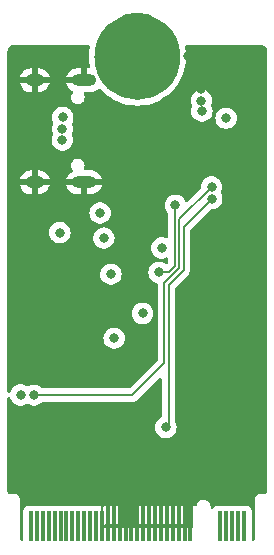
<source format=gbr>
%TF.GenerationSoftware,KiCad,Pcbnew,7.0.5-0*%
%TF.CreationDate,2023-07-31T19:13:05-04:00*%
%TF.ProjectId,mula,6d756c61-2e6b-4696-9361-645f70636258,rev?*%
%TF.SameCoordinates,Original*%
%TF.FileFunction,Copper,L4,Bot*%
%TF.FilePolarity,Positive*%
%FSLAX46Y46*%
G04 Gerber Fmt 4.6, Leading zero omitted, Abs format (unit mm)*
G04 Created by KiCad (PCBNEW 7.0.5-0) date 2023-07-31 19:13:05*
%MOMM*%
%LPD*%
G01*
G04 APERTURE LIST*
%TA.AperFunction,EtchedComponent*%
%ADD10C,1.250000*%
%TD*%
%TA.AperFunction,ComponentPad*%
%ADD11C,5.500000*%
%TD*%
%TA.AperFunction,SMDPad,CuDef*%
%ADD12R,0.350000X2.500000*%
%TD*%
%TA.AperFunction,ComponentPad*%
%ADD13O,2.100000X1.000000*%
%TD*%
%TA.AperFunction,ComponentPad*%
%ADD14O,1.600000X1.000000*%
%TD*%
%TA.AperFunction,ViaPad*%
%ADD15C,0.800000*%
%TD*%
%TA.AperFunction,Conductor*%
%ADD16C,0.150000*%
%TD*%
G04 APERTURE END LIST*
D10*
%TO.C,J102*%
X142987500Y-72905000D02*
G75*
G03*
X142987500Y-72905000I-3000000J0D01*
G01*
%TA.AperFunction,EtchedComponent*%
G36*
X142537500Y-75455000D02*
G01*
X137437500Y-75455000D01*
X137437500Y-70355000D01*
X142537500Y-70355000D01*
X142537500Y-75455000D01*
G37*
%TD.AperFunction*%
%TD*%
D11*
%TO.P,J102,MOUNTING-HOLE*%
%TO.N,N/C*%
X139987500Y-71905000D03*
D12*
%TO.P,J102,P$2*%
X148987500Y-112655000D03*
%TO.P,J102,P$4*%
X148487500Y-112655000D03*
%TO.P,J102,P$6*%
X147987500Y-112655000D03*
%TO.P,J102,P$8*%
X147487500Y-112655000D03*
%TO.P,J102,P$10*%
X146987500Y-112655000D03*
%TO.P,J102,P$20,Pin_1*%
%TO.N,GND*%
X144487500Y-112655000D03*
%TO.P,J102,P$22,Pin_2*%
X143987500Y-112655000D03*
%TO.P,J102,P$24,Pin_3*%
X143487500Y-112655000D03*
%TO.P,J102,P$26,Pin_4*%
X142987500Y-112655000D03*
%TO.P,J102,P$28,Pin_5*%
X142487500Y-112655000D03*
%TO.P,J102,P$30,Pin_6*%
X141987500Y-112655000D03*
%TO.P,J102,P$32,Pin_7*%
X141487500Y-112655000D03*
%TO.P,J102,P$34,Pin_8*%
X140987500Y-112655000D03*
%TO.P,J102,P$36,Pin_9*%
X140487500Y-112655000D03*
%TO.P,J102,P$38,Pin_10*%
X139987500Y-112655000D03*
%TO.P,J102,P$40,Pin_11*%
X139487500Y-112655000D03*
%TO.P,J102,P$42,Pin_12*%
X138987500Y-112655000D03*
%TO.P,J102,P$44,Pin_13*%
X138487500Y-112655000D03*
%TO.P,J102,P$46,Pin_14*%
X137987500Y-112655000D03*
%TO.P,J102,P$48,Pin_15*%
X137487500Y-112655000D03*
%TO.P,J102,P$50,Pin_16*%
X136987500Y-112655000D03*
%TO.P,J102,P$52*%
%TO.N,N/C*%
X136487500Y-112655000D03*
%TO.P,J102,P$54*%
X135987500Y-112655000D03*
%TO.P,J102,P$56*%
X135487500Y-112655000D03*
%TO.P,J102,P$58*%
X134987500Y-112655000D03*
%TO.P,J102,P$60*%
X134487500Y-112655000D03*
%TO.P,J102,P$62*%
X133987500Y-112655000D03*
%TO.P,J102,P$64*%
X133487500Y-112655000D03*
%TO.P,J102,P$66*%
X132987500Y-112655000D03*
%TO.P,J102,P$68*%
X132487500Y-112655000D03*
%TO.P,J102,P$70*%
X131987500Y-112655000D03*
%TO.P,J102,P$72*%
X131487500Y-112655000D03*
%TO.P,J102,P$74*%
X130987500Y-112655000D03*
%TD*%
D13*
%TO.P,J101,S1,SHIELD*%
%TO.N,GND*%
X135480000Y-74880000D03*
D14*
X131300000Y-74880000D03*
D13*
X135480000Y-83520000D03*
D14*
X131300000Y-83520000D03*
%TD*%
D15*
%TO.N,GND*%
X135550000Y-110325000D03*
X146150000Y-80550000D03*
X146775000Y-110325000D03*
X132400000Y-72900000D03*
X138950000Y-80350000D03*
X146175000Y-78975000D03*
X145400000Y-75590000D03*
X147575000Y-75700000D03*
X149000000Y-110275000D03*
X143925000Y-95650000D03*
X145550000Y-88000000D03*
X138575000Y-89850000D03*
X149450000Y-98900000D03*
X134375000Y-72900000D03*
X140475000Y-78425000D03*
X140700000Y-87800000D03*
X138725000Y-95175000D03*
X130625000Y-72900000D03*
X149450000Y-101400000D03*
X146900000Y-92700000D03*
X144300000Y-79800000D03*
X140675000Y-89850000D03*
X144250000Y-72850000D03*
X130850000Y-110325000D03*
X139675000Y-88850000D03*
X137425000Y-83495500D03*
X133225000Y-110325000D03*
X142525000Y-76875000D03*
X145550000Y-90500000D03*
X138550000Y-87825000D03*
X133950000Y-91400000D03*
X147975000Y-85625000D03*
X130225000Y-99300000D03*
X137750000Y-104200000D03*
%TO.N,+3V3*%
X136833308Y-86117350D03*
X142050500Y-89075000D03*
X137750000Y-91300000D03*
X145450000Y-77500000D03*
X140425000Y-94625000D03*
X133425000Y-87775000D03*
X145400000Y-76600000D03*
X137150500Y-88245911D03*
X147500000Y-78100000D03*
%TO.N,+5V*%
X130100000Y-101525000D03*
X133675000Y-78025000D03*
X133625000Y-79950000D03*
X133650000Y-79000000D03*
X138025000Y-96725000D03*
%TO.N,/BANK1_DIR*%
X146272930Y-83911133D03*
X131225000Y-101550000D03*
%TO.N,/BANK2_DIR*%
X142400000Y-104275000D03*
X146285556Y-84910556D03*
%TO.N,/QSPI_CS*%
X143215283Y-85465282D03*
X141825000Y-91150000D03*
%TD*%
D16*
%TO.N,GND*%
X136425000Y-110325000D02*
X135550000Y-110325000D01*
X136987500Y-112655000D02*
X136987500Y-110887500D01*
X136987500Y-110887500D02*
X136425000Y-110325000D01*
%TO.N,/BANK1_DIR*%
X143550000Y-86634063D02*
X143550000Y-90775000D01*
X143550000Y-90775000D02*
X142275000Y-92050000D01*
X142275000Y-98850000D02*
X139575000Y-101550000D01*
X146272930Y-83911133D02*
X143550000Y-86634063D01*
X139575000Y-101550000D02*
X131225000Y-101550000D01*
X142275000Y-92050000D02*
X142275000Y-98850000D01*
%TO.N,/BANK2_DIR*%
X143900000Y-87296112D02*
X143900000Y-90919974D01*
X143900000Y-90919974D02*
X142625000Y-92194974D01*
X142625000Y-92194974D02*
X142625000Y-104175000D01*
X146285556Y-84910556D02*
X143900000Y-87296112D01*
%TO.N,/QSPI_CS*%
X142675000Y-91150000D02*
X141825000Y-91150000D01*
X143215283Y-85465282D02*
X143200000Y-85480565D01*
X143200000Y-85480565D02*
X143200000Y-90625000D01*
X143200000Y-90625000D02*
X142675000Y-91150000D01*
%TD*%
%TA.AperFunction,Conductor*%
%TO.N,GND*%
G36*
X135893054Y-71925185D02*
G01*
X135938809Y-71977989D01*
X135948753Y-72047147D01*
X135946301Y-72059620D01*
X135943528Y-72070690D01*
X135936391Y-72099180D01*
X135876915Y-72500133D01*
X135876914Y-72500143D01*
X135857025Y-72905000D01*
X135876914Y-73309857D01*
X135876914Y-73309862D01*
X135876915Y-73309866D01*
X135936392Y-73710824D01*
X135940161Y-73725867D01*
X135937357Y-73795681D01*
X135897255Y-73852896D01*
X135832586Y-73879347D01*
X135819878Y-73880000D01*
X135730000Y-73880000D01*
X135730000Y-74580000D01*
X135230000Y-74580000D01*
X135230000Y-73880000D01*
X134879287Y-73880000D01*
X134727661Y-73895418D01*
X134533618Y-73956299D01*
X134533608Y-73956304D01*
X134355784Y-74055005D01*
X134355783Y-74055005D01*
X134201469Y-74187478D01*
X134201468Y-74187479D01*
X134076981Y-74348304D01*
X133987411Y-74530906D01*
X133961754Y-74630000D01*
X134763889Y-74630000D01*
X134724390Y-74654457D01*
X134656799Y-74743962D01*
X134626105Y-74851840D01*
X134636454Y-74963521D01*
X134686448Y-75063922D01*
X134758931Y-75130000D01*
X133956634Y-75130000D01*
X133956931Y-75131946D01*
X133956933Y-75131952D01*
X134027562Y-75322657D01*
X134027565Y-75322664D01*
X134135149Y-75495267D01*
X134275264Y-75642668D01*
X134275266Y-75642669D01*
X134442197Y-75758857D01*
X134450071Y-75762236D01*
X134503917Y-75806760D01*
X134525142Y-75873328D01*
X134507009Y-75940804D01*
X134499551Y-75951674D01*
X134447302Y-76019766D01*
X134447300Y-76019769D01*
X134389313Y-76159763D01*
X134389312Y-76159765D01*
X134369534Y-76309999D01*
X134369534Y-76310000D01*
X134389312Y-76460234D01*
X134389313Y-76460236D01*
X134447302Y-76600233D01*
X134539549Y-76720451D01*
X134659767Y-76812698D01*
X134799764Y-76870687D01*
X134912280Y-76885500D01*
X134912287Y-76885500D01*
X134987713Y-76885500D01*
X134987720Y-76885500D01*
X135100236Y-76870687D01*
X135240233Y-76812698D01*
X135360451Y-76720451D01*
X135452698Y-76600233D01*
X135510687Y-76460236D01*
X135530466Y-76310000D01*
X135510687Y-76159764D01*
X135465823Y-76051453D01*
X135458354Y-75981983D01*
X135489629Y-75919504D01*
X135549718Y-75883852D01*
X135580384Y-75880000D01*
X136080713Y-75880000D01*
X136232338Y-75864581D01*
X136426381Y-75803700D01*
X136426391Y-75803695D01*
X136604215Y-75704994D01*
X136604216Y-75704994D01*
X136711276Y-75613087D01*
X136774965Y-75584355D01*
X136844077Y-75594617D01*
X136883924Y-75623900D01*
X137066812Y-75825687D01*
X137333926Y-76067784D01*
X137367154Y-76097900D01*
X137692731Y-76339364D01*
X138040408Y-76547754D01*
X138406836Y-76721061D01*
X138406850Y-76721066D01*
X138406855Y-76721068D01*
X138594641Y-76788259D01*
X138788486Y-76857618D01*
X139181684Y-76956109D01*
X139582643Y-77015586D01*
X139987500Y-77035475D01*
X140392357Y-77015586D01*
X140793316Y-76956109D01*
X141186514Y-76857618D01*
X141568164Y-76721061D01*
X141824127Y-76600000D01*
X144494540Y-76600000D01*
X144514326Y-76788256D01*
X144514327Y-76788259D01*
X144572821Y-76968285D01*
X144611190Y-77034742D01*
X144627663Y-77102642D01*
X144621734Y-77135060D01*
X144564327Y-77311740D01*
X144564326Y-77311744D01*
X144544540Y-77500000D01*
X144564326Y-77688256D01*
X144564327Y-77688259D01*
X144622818Y-77868277D01*
X144622821Y-77868284D01*
X144717467Y-78032216D01*
X144844129Y-78172887D01*
X144844129Y-78172888D01*
X144997265Y-78284148D01*
X144997270Y-78284151D01*
X145170192Y-78361142D01*
X145170197Y-78361144D01*
X145355354Y-78400500D01*
X145355355Y-78400500D01*
X145544644Y-78400500D01*
X145544646Y-78400500D01*
X145729803Y-78361144D01*
X145902730Y-78284151D01*
X146055871Y-78172888D01*
X146121500Y-78100000D01*
X146594540Y-78100000D01*
X146614326Y-78288256D01*
X146614327Y-78288259D01*
X146672818Y-78468277D01*
X146672821Y-78468284D01*
X146767467Y-78632216D01*
X146894128Y-78772887D01*
X146894129Y-78772888D01*
X147047265Y-78884148D01*
X147047270Y-78884151D01*
X147220192Y-78961142D01*
X147220197Y-78961144D01*
X147405354Y-79000500D01*
X147405355Y-79000500D01*
X147594644Y-79000500D01*
X147594646Y-79000500D01*
X147779803Y-78961144D01*
X147952730Y-78884151D01*
X148105871Y-78772888D01*
X148232533Y-78632216D01*
X148327179Y-78468284D01*
X148385674Y-78288256D01*
X148405460Y-78100000D01*
X148385674Y-77911744D01*
X148327179Y-77731716D01*
X148232533Y-77567784D01*
X148105871Y-77427112D01*
X148105870Y-77427111D01*
X147952734Y-77315851D01*
X147952729Y-77315848D01*
X147779807Y-77238857D01*
X147779802Y-77238855D01*
X147634001Y-77207865D01*
X147594646Y-77199500D01*
X147405354Y-77199500D01*
X147372897Y-77206398D01*
X147220197Y-77238855D01*
X147220192Y-77238857D01*
X147047270Y-77315848D01*
X147047265Y-77315851D01*
X146894129Y-77427111D01*
X146767466Y-77567785D01*
X146672821Y-77731715D01*
X146672818Y-77731722D01*
X146638696Y-77836740D01*
X146614326Y-77911744D01*
X146594540Y-78100000D01*
X146121500Y-78100000D01*
X146182533Y-78032216D01*
X146277179Y-77868284D01*
X146335674Y-77688256D01*
X146355460Y-77500000D01*
X146335674Y-77311744D01*
X146277179Y-77131716D01*
X146238808Y-77065256D01*
X146222336Y-76997358D01*
X146228263Y-76964945D01*
X146285674Y-76788256D01*
X146305460Y-76600000D01*
X146285674Y-76411744D01*
X146227179Y-76231716D01*
X146132533Y-76067784D01*
X146005871Y-75927112D01*
X146005870Y-75927111D01*
X145852734Y-75815851D01*
X145852729Y-75815848D01*
X145679807Y-75738857D01*
X145679802Y-75738855D01*
X145520493Y-75704994D01*
X145494646Y-75699500D01*
X145305354Y-75699500D01*
X145279507Y-75704994D01*
X145120197Y-75738855D01*
X145120192Y-75738857D01*
X144947270Y-75815848D01*
X144947265Y-75815851D01*
X144794129Y-75927111D01*
X144667466Y-76067785D01*
X144572821Y-76231715D01*
X144572818Y-76231722D01*
X144514327Y-76411740D01*
X144514326Y-76411744D01*
X144494540Y-76600000D01*
X141824127Y-76600000D01*
X141934592Y-76547754D01*
X142282269Y-76339364D01*
X142607846Y-76097900D01*
X142908187Y-75825687D01*
X143180400Y-75525346D01*
X143421864Y-75199769D01*
X143630254Y-74852092D01*
X143803561Y-74485664D01*
X143940118Y-74104014D01*
X144038609Y-73710816D01*
X144098086Y-73309857D01*
X144117975Y-72905000D01*
X144098086Y-72500143D01*
X144038609Y-72099184D01*
X144028701Y-72059629D01*
X144031506Y-71989818D01*
X144071609Y-71932603D01*
X144136279Y-71906153D01*
X144148985Y-71905500D01*
X150484019Y-71905500D01*
X150490956Y-71905889D01*
X150513854Y-71908469D01*
X150593331Y-71918932D01*
X150618097Y-71924829D01*
X150652235Y-71936775D01*
X150655484Y-71938015D01*
X150709695Y-71960469D01*
X150728195Y-71970027D01*
X150763020Y-71991909D01*
X150767767Y-71995212D01*
X150815700Y-72031993D01*
X150821795Y-72037337D01*
X150855160Y-72070702D01*
X150860505Y-72076798D01*
X150897286Y-72124731D01*
X150900597Y-72129490D01*
X150922467Y-72164296D01*
X150932036Y-72182818D01*
X150954483Y-72237014D01*
X150955723Y-72240263D01*
X150967669Y-72274401D01*
X150973566Y-72299169D01*
X150984028Y-72378632D01*
X150986610Y-72401537D01*
X150987000Y-72408486D01*
X150987000Y-109695240D01*
X150985466Y-109714686D01*
X150985230Y-109716173D01*
X150984805Y-109718547D01*
X150977302Y-109756264D01*
X150966177Y-109788351D01*
X150962886Y-109794813D01*
X150959187Y-109801124D01*
X150944119Y-109823673D01*
X150928700Y-109842460D01*
X150924960Y-109846200D01*
X150906173Y-109861619D01*
X150883624Y-109876687D01*
X150877318Y-109880382D01*
X150875670Y-109881222D01*
X150870851Y-109883677D01*
X150838764Y-109894802D01*
X150801047Y-109902305D01*
X150798673Y-109902730D01*
X150797186Y-109902966D01*
X150777740Y-109904500D01*
X150520436Y-109904500D01*
X150495937Y-109897306D01*
X150445330Y-109903969D01*
X150437228Y-109904500D01*
X150381104Y-109904500D01*
X150373430Y-109906252D01*
X150349708Y-109904797D01*
X150322441Y-109916092D01*
X150302585Y-109922420D01*
X150271150Y-109929595D01*
X150271147Y-109929596D01*
X150249506Y-109940018D01*
X150223604Y-109944282D01*
X150205026Y-109958538D01*
X150183344Y-109971881D01*
X150169534Y-109978531D01*
X150169527Y-109978536D01*
X150140144Y-110001968D01*
X150113594Y-110012806D01*
X150102378Y-110027424D01*
X150086228Y-110043880D01*
X150086278Y-110043930D01*
X150076430Y-110053778D01*
X150076380Y-110053728D01*
X150059924Y-110069878D01*
X150051257Y-110076527D01*
X150050618Y-110081173D01*
X150034468Y-110107644D01*
X150011036Y-110137027D01*
X150011031Y-110137034D01*
X150004381Y-110150844D01*
X149991038Y-110172526D01*
X149982613Y-110183504D01*
X149982808Y-110185325D01*
X149972518Y-110217006D01*
X149962096Y-110238647D01*
X149962095Y-110238650D01*
X149954920Y-110270085D01*
X149948592Y-110289941D01*
X149941471Y-110307133D01*
X149938752Y-110340930D01*
X149937000Y-110348604D01*
X149937000Y-110404727D01*
X149936469Y-110412828D01*
X149931371Y-110451545D01*
X149937000Y-110487936D01*
X149937000Y-113695240D01*
X149935466Y-113714686D01*
X149935230Y-113716173D01*
X149934805Y-113718547D01*
X149927302Y-113756264D01*
X149916177Y-113788351D01*
X149912886Y-113794813D01*
X149909187Y-113801124D01*
X149894119Y-113823673D01*
X149878700Y-113842460D01*
X149874960Y-113846200D01*
X149856147Y-113861637D01*
X149855867Y-113861824D01*
X149789185Y-113882687D01*
X149721809Y-113864187D01*
X149675130Y-113812198D01*
X149662999Y-113758710D01*
X149662999Y-111357128D01*
X149656591Y-111297517D01*
X149606296Y-111162669D01*
X149606295Y-111162668D01*
X149606293Y-111162664D01*
X149520047Y-111047455D01*
X149520044Y-111047452D01*
X149404835Y-110961206D01*
X149404828Y-110961202D01*
X149269986Y-110910910D01*
X149269985Y-110910909D01*
X149269983Y-110910909D01*
X149210373Y-110904500D01*
X149210363Y-110904500D01*
X148764633Y-110904500D01*
X148764621Y-110904501D01*
X148750748Y-110905992D01*
X148724256Y-110905991D01*
X148710389Y-110904501D01*
X148710375Y-110904500D01*
X148710373Y-110904500D01*
X148710370Y-110904500D01*
X148264633Y-110904500D01*
X148264621Y-110904501D01*
X148250748Y-110905992D01*
X148224256Y-110905991D01*
X148210389Y-110904501D01*
X148210375Y-110904500D01*
X148210373Y-110904500D01*
X148210370Y-110904500D01*
X147764633Y-110904500D01*
X147764621Y-110904501D01*
X147750748Y-110905992D01*
X147724256Y-110905991D01*
X147710389Y-110904501D01*
X147710375Y-110904500D01*
X147710373Y-110904500D01*
X147710370Y-110904500D01*
X147264633Y-110904500D01*
X147264621Y-110904501D01*
X147250748Y-110905992D01*
X147224256Y-110905991D01*
X147210389Y-110904501D01*
X147210375Y-110904500D01*
X147210373Y-110904500D01*
X147210370Y-110904500D01*
X146764629Y-110904500D01*
X146764623Y-110904501D01*
X146705016Y-110910908D01*
X146570171Y-110961202D01*
X146570164Y-110961206D01*
X146454955Y-111047452D01*
X146454953Y-111047454D01*
X146414715Y-111101204D01*
X146358780Y-111143074D01*
X146289089Y-111148057D01*
X146227766Y-111114570D01*
X146194283Y-111053246D01*
X146192510Y-111043072D01*
X146188531Y-111012837D01*
X146188000Y-111004737D01*
X146188000Y-110937341D01*
X146184936Y-110923917D01*
X146181511Y-110908910D01*
X146182808Y-110887737D01*
X146173161Y-110864448D01*
X146166830Y-110844585D01*
X146157891Y-110805420D01*
X146157890Y-110805416D01*
X146157889Y-110805415D01*
X146157889Y-110805412D01*
X146136689Y-110761391D01*
X146132947Y-110738667D01*
X146121400Y-110723618D01*
X146108058Y-110701936D01*
X146099177Y-110683496D01*
X146099175Y-110683493D01*
X146058616Y-110632633D01*
X146049135Y-110609411D01*
X146037866Y-110600764D01*
X146016404Y-110579699D01*
X146014808Y-110577697D01*
X146013946Y-110577010D01*
X146012800Y-110576096D01*
X145991733Y-110554632D01*
X145988423Y-110550318D01*
X145986331Y-110550030D01*
X145959866Y-110533883D01*
X145909007Y-110493325D01*
X145909006Y-110493324D01*
X145909003Y-110493322D01*
X145890565Y-110484443D01*
X145868880Y-110471099D01*
X145862055Y-110465862D01*
X145831105Y-110455808D01*
X145787092Y-110434612D01*
X145787080Y-110434608D01*
X145747912Y-110425669D01*
X145728051Y-110419339D01*
X145713754Y-110413417D01*
X145683589Y-110410988D01*
X145648373Y-110402951D01*
X145648741Y-110401337D01*
X145640769Y-110397986D01*
X145603684Y-110402869D01*
X145571314Y-110402869D01*
X145542710Y-110399103D01*
X145541884Y-110399660D01*
X145526619Y-110402906D01*
X145526629Y-110402950D01*
X145491411Y-110410988D01*
X145470239Y-110409690D01*
X145446943Y-110419340D01*
X145427086Y-110425669D01*
X145387917Y-110434609D01*
X145387911Y-110434611D01*
X145343891Y-110455810D01*
X145321166Y-110459551D01*
X145306113Y-110471102D01*
X145284433Y-110484444D01*
X145265994Y-110493324D01*
X145215134Y-110533883D01*
X145191910Y-110543363D01*
X145183262Y-110554635D01*
X145162205Y-110576091D01*
X145160194Y-110577694D01*
X145158591Y-110579705D01*
X145137135Y-110600762D01*
X145132820Y-110604072D01*
X145132533Y-110606163D01*
X145116383Y-110632634D01*
X145075824Y-110683494D01*
X145066944Y-110701933D01*
X145053602Y-110723613D01*
X145048362Y-110730441D01*
X145038310Y-110761391D01*
X145017111Y-110805411D01*
X145017109Y-110805417D01*
X145008169Y-110844586D01*
X145001840Y-110864444D01*
X144999740Y-110869514D01*
X144955899Y-110923917D01*
X144889605Y-110945983D01*
X144841846Y-110938244D01*
X144769882Y-110911403D01*
X144769872Y-110911401D01*
X144710344Y-110905000D01*
X144662500Y-110905000D01*
X144662500Y-112706000D01*
X144642815Y-112773039D01*
X144590011Y-112818794D01*
X144538500Y-112830000D01*
X137287000Y-112830000D01*
X137219961Y-112810315D01*
X137174206Y-112757511D01*
X137163000Y-112706001D01*
X137162999Y-112604001D01*
X137182683Y-112536962D01*
X137235486Y-112491206D01*
X137286999Y-112480000D01*
X137312500Y-112480000D01*
X137312500Y-110905000D01*
X137662500Y-110905000D01*
X137662500Y-112480000D01*
X137812500Y-112480000D01*
X137812500Y-110905000D01*
X138162500Y-110905000D01*
X138162500Y-112480000D01*
X138312500Y-112480000D01*
X138312500Y-110905000D01*
X138662500Y-110905000D01*
X138662500Y-112480000D01*
X138812500Y-112480000D01*
X138812500Y-110905000D01*
X139162500Y-110905000D01*
X139162500Y-112480000D01*
X139312500Y-112480000D01*
X139312500Y-110905000D01*
X139662500Y-110905000D01*
X139662500Y-112480000D01*
X139812500Y-112480000D01*
X139812500Y-110905000D01*
X140162500Y-110905000D01*
X140162500Y-112480000D01*
X140312500Y-112480000D01*
X140312500Y-110905000D01*
X140662500Y-110905000D01*
X140662500Y-112480000D01*
X140812500Y-112480000D01*
X140812500Y-110905000D01*
X141162500Y-110905000D01*
X141162500Y-112480000D01*
X141312500Y-112480000D01*
X141312500Y-110905000D01*
X141662500Y-110905000D01*
X141662500Y-112480000D01*
X141812500Y-112480000D01*
X141812500Y-110905000D01*
X142162500Y-110905000D01*
X142162500Y-112480000D01*
X142312500Y-112480000D01*
X142312500Y-110905000D01*
X142662500Y-110905000D01*
X142662500Y-112480000D01*
X142812500Y-112480000D01*
X142812500Y-110905000D01*
X143162500Y-110905000D01*
X143162500Y-112480000D01*
X143312500Y-112480000D01*
X143312500Y-110905000D01*
X143662500Y-110905000D01*
X143662500Y-112480000D01*
X143812500Y-112480000D01*
X143812500Y-110905000D01*
X144162500Y-110905000D01*
X144162500Y-112480000D01*
X144312500Y-112480000D01*
X144312500Y-110905000D01*
X144264667Y-110905000D01*
X144250753Y-110906496D01*
X144224247Y-110906496D01*
X144210332Y-110905000D01*
X144162500Y-110905000D01*
X143812500Y-110905000D01*
X143764667Y-110905000D01*
X143750753Y-110906496D01*
X143724247Y-110906496D01*
X143710332Y-110905000D01*
X143662500Y-110905000D01*
X143312500Y-110905000D01*
X143264667Y-110905000D01*
X143250753Y-110906496D01*
X143224247Y-110906496D01*
X143210332Y-110905000D01*
X143162500Y-110905000D01*
X142812500Y-110905000D01*
X142764667Y-110905000D01*
X142750753Y-110906496D01*
X142724247Y-110906496D01*
X142710332Y-110905000D01*
X142662500Y-110905000D01*
X142312500Y-110905000D01*
X142264667Y-110905000D01*
X142250753Y-110906496D01*
X142224247Y-110906496D01*
X142210332Y-110905000D01*
X142162500Y-110905000D01*
X141812500Y-110905000D01*
X141764667Y-110905000D01*
X141750753Y-110906496D01*
X141724247Y-110906496D01*
X141710332Y-110905000D01*
X141662500Y-110905000D01*
X141312500Y-110905000D01*
X141264667Y-110905000D01*
X141250753Y-110906496D01*
X141224247Y-110906496D01*
X141210332Y-110905000D01*
X141162500Y-110905000D01*
X140812500Y-110905000D01*
X140764667Y-110905000D01*
X140750753Y-110906496D01*
X140724247Y-110906496D01*
X140710332Y-110905000D01*
X140662500Y-110905000D01*
X140312500Y-110905000D01*
X140264667Y-110905000D01*
X140250753Y-110906496D01*
X140224247Y-110906496D01*
X140210332Y-110905000D01*
X140162500Y-110905000D01*
X139812500Y-110905000D01*
X139764667Y-110905000D01*
X139750753Y-110906496D01*
X139724247Y-110906496D01*
X139710332Y-110905000D01*
X139662500Y-110905000D01*
X139312500Y-110905000D01*
X139264667Y-110905000D01*
X139250753Y-110906496D01*
X139224247Y-110906496D01*
X139210332Y-110905000D01*
X139162500Y-110905000D01*
X138812500Y-110905000D01*
X138764667Y-110905000D01*
X138750753Y-110906496D01*
X138724247Y-110906496D01*
X138710332Y-110905000D01*
X138662500Y-110905000D01*
X138312500Y-110905000D01*
X138264667Y-110905000D01*
X138250753Y-110906496D01*
X138224247Y-110906496D01*
X138210332Y-110905000D01*
X138162500Y-110905000D01*
X137812500Y-110905000D01*
X137764667Y-110905000D01*
X137750753Y-110906496D01*
X137724247Y-110906496D01*
X137710332Y-110905000D01*
X137662500Y-110905000D01*
X137312500Y-110905000D01*
X137264667Y-110905000D01*
X137250753Y-110906496D01*
X137224247Y-110906496D01*
X137210332Y-110905000D01*
X137162500Y-110905000D01*
X137162500Y-110906372D01*
X137142815Y-110973411D01*
X137090011Y-111019166D01*
X137020853Y-111029110D01*
X136964189Y-111005639D01*
X136904832Y-110961204D01*
X136872484Y-110949139D01*
X136828139Y-110920639D01*
X136812500Y-110905000D01*
X136764669Y-110905000D01*
X136753094Y-110906244D01*
X136726600Y-110906243D01*
X136710389Y-110904501D01*
X136710375Y-110904500D01*
X136710373Y-110904500D01*
X136710370Y-110904500D01*
X136264633Y-110904500D01*
X136264621Y-110904501D01*
X136250748Y-110905992D01*
X136224256Y-110905991D01*
X136210389Y-110904501D01*
X136210375Y-110904500D01*
X136210373Y-110904500D01*
X136210370Y-110904500D01*
X135764633Y-110904500D01*
X135764621Y-110904501D01*
X135750748Y-110905992D01*
X135724256Y-110905991D01*
X135710389Y-110904501D01*
X135710375Y-110904500D01*
X135710373Y-110904500D01*
X135710370Y-110904500D01*
X135264633Y-110904500D01*
X135264621Y-110904501D01*
X135250748Y-110905992D01*
X135224256Y-110905991D01*
X135210389Y-110904501D01*
X135210375Y-110904500D01*
X135210373Y-110904500D01*
X135210370Y-110904500D01*
X134764633Y-110904500D01*
X134764621Y-110904501D01*
X134750748Y-110905992D01*
X134724256Y-110905991D01*
X134710389Y-110904501D01*
X134710375Y-110904500D01*
X134710373Y-110904500D01*
X134710370Y-110904500D01*
X134264633Y-110904500D01*
X134264621Y-110904501D01*
X134250748Y-110905992D01*
X134224256Y-110905991D01*
X134210389Y-110904501D01*
X134210375Y-110904500D01*
X134210373Y-110904500D01*
X134210370Y-110904500D01*
X133764633Y-110904500D01*
X133764621Y-110904501D01*
X133750748Y-110905992D01*
X133724256Y-110905991D01*
X133710389Y-110904501D01*
X133710375Y-110904500D01*
X133710373Y-110904500D01*
X133710370Y-110904500D01*
X133264633Y-110904500D01*
X133264621Y-110904501D01*
X133250748Y-110905992D01*
X133224256Y-110905991D01*
X133210389Y-110904501D01*
X133210375Y-110904500D01*
X133210373Y-110904500D01*
X133210370Y-110904500D01*
X132764633Y-110904500D01*
X132764621Y-110904501D01*
X132750748Y-110905992D01*
X132724256Y-110905991D01*
X132710389Y-110904501D01*
X132710375Y-110904500D01*
X132710373Y-110904500D01*
X132710370Y-110904500D01*
X132264633Y-110904500D01*
X132264621Y-110904501D01*
X132250748Y-110905992D01*
X132224256Y-110905991D01*
X132210389Y-110904501D01*
X132210375Y-110904500D01*
X132210373Y-110904500D01*
X132210370Y-110904500D01*
X131764633Y-110904500D01*
X131764621Y-110904501D01*
X131750748Y-110905992D01*
X131724256Y-110905991D01*
X131710389Y-110904501D01*
X131710375Y-110904500D01*
X131710373Y-110904500D01*
X131710370Y-110904500D01*
X131264633Y-110904500D01*
X131264621Y-110904501D01*
X131250748Y-110905992D01*
X131224256Y-110905991D01*
X131210389Y-110904501D01*
X131210375Y-110904500D01*
X131210373Y-110904500D01*
X131210370Y-110904500D01*
X130764629Y-110904500D01*
X130764623Y-110904501D01*
X130705016Y-110910908D01*
X130570171Y-110961202D01*
X130570164Y-110961206D01*
X130454955Y-111047452D01*
X130454952Y-111047455D01*
X130368706Y-111162664D01*
X130368702Y-111162671D01*
X130318408Y-111297517D01*
X130312001Y-111357116D01*
X130312001Y-111357123D01*
X130312000Y-111357135D01*
X130312000Y-113758707D01*
X130292315Y-113825746D01*
X130239511Y-113871501D01*
X130170353Y-113881445D01*
X130119048Y-113861768D01*
X130118767Y-113861580D01*
X130100038Y-113846200D01*
X130096298Y-113842460D01*
X130080879Y-113823673D01*
X130073211Y-113812198D01*
X130065804Y-113801113D01*
X130062130Y-113794844D01*
X130058819Y-113788345D01*
X130047698Y-113756270D01*
X130040165Y-113718398D01*
X130039758Y-113716102D01*
X130039512Y-113714550D01*
X130039470Y-113714276D01*
X130038000Y-113695242D01*
X130038000Y-110487939D01*
X130045193Y-110463442D01*
X130038531Y-110412838D01*
X130038000Y-110404737D01*
X130038000Y-110348608D01*
X130037999Y-110348601D01*
X130036251Y-110340942D01*
X130037704Y-110317220D01*
X130026409Y-110289952D01*
X130020080Y-110270095D01*
X130012903Y-110238649D01*
X130002485Y-110217015D01*
X129998219Y-110191108D01*
X129983964Y-110172531D01*
X129970618Y-110150844D01*
X129963967Y-110137034D01*
X129963967Y-110137033D01*
X129963966Y-110137031D01*
X129940534Y-110107649D01*
X129929693Y-110081097D01*
X129915078Y-110069882D01*
X129898619Y-110053728D01*
X129898570Y-110053778D01*
X129888722Y-110043930D01*
X129888771Y-110043880D01*
X129872615Y-110027420D01*
X129865966Y-110018755D01*
X129861323Y-110018116D01*
X129834850Y-110001965D01*
X129805468Y-109978533D01*
X129805464Y-109978531D01*
X129791654Y-109971880D01*
X129769972Y-109958537D01*
X129758988Y-109950108D01*
X129757159Y-109950304D01*
X129725485Y-109940015D01*
X129703850Y-109929596D01*
X129672410Y-109922420D01*
X129652552Y-109916090D01*
X129635365Y-109908971D01*
X129601557Y-109906249D01*
X129593895Y-109904500D01*
X129593893Y-109904500D01*
X129537770Y-109904500D01*
X129529669Y-109903969D01*
X129490951Y-109898871D01*
X129454560Y-109904500D01*
X129197257Y-109904500D01*
X129177702Y-109902948D01*
X129177521Y-109902919D01*
X129176249Y-109902716D01*
X129173931Y-109902301D01*
X129136235Y-109894802D01*
X129104147Y-109883677D01*
X129103487Y-109883341D01*
X129097666Y-109880375D01*
X129091374Y-109876687D01*
X129068825Y-109861619D01*
X129050038Y-109846200D01*
X129046298Y-109842460D01*
X129030879Y-109823673D01*
X129030193Y-109822646D01*
X129015804Y-109801113D01*
X129012130Y-109794844D01*
X129008819Y-109788345D01*
X128997698Y-109756270D01*
X128990165Y-109718398D01*
X128989758Y-109716102D01*
X128989512Y-109714550D01*
X128989470Y-109714276D01*
X128988000Y-109695242D01*
X128988000Y-109695240D01*
X128988000Y-101799597D01*
X129007684Y-101732562D01*
X129060488Y-101686807D01*
X129129646Y-101676863D01*
X129193202Y-101705888D01*
X129229930Y-101761282D01*
X129272819Y-101893280D01*
X129272821Y-101893284D01*
X129367467Y-102057216D01*
X129433421Y-102130465D01*
X129494129Y-102197888D01*
X129647265Y-102309148D01*
X129647270Y-102309151D01*
X129820192Y-102386142D01*
X129820197Y-102386144D01*
X130005354Y-102425500D01*
X130005355Y-102425500D01*
X130194644Y-102425500D01*
X130194646Y-102425500D01*
X130379803Y-102386144D01*
X130552730Y-102309151D01*
X130572409Y-102294852D01*
X130638212Y-102271372D01*
X130706266Y-102287196D01*
X130718181Y-102294853D01*
X130772264Y-102334147D01*
X130772270Y-102334151D01*
X130945192Y-102411142D01*
X130945197Y-102411144D01*
X131130354Y-102450500D01*
X131130355Y-102450500D01*
X131319644Y-102450500D01*
X131319646Y-102450500D01*
X131504803Y-102411144D01*
X131677730Y-102334151D01*
X131830871Y-102222888D01*
X131881618Y-102166527D01*
X131941105Y-102129879D01*
X131973768Y-102125500D01*
X139533219Y-102125500D01*
X139541317Y-102126030D01*
X139561734Y-102128718D01*
X139574999Y-102130465D01*
X139575000Y-102130465D01*
X139610785Y-102125754D01*
X139610809Y-102125751D01*
X139612715Y-102125500D01*
X139612720Y-102125500D01*
X139725236Y-102110687D01*
X139865233Y-102052698D01*
X139910545Y-102017929D01*
X139923516Y-102007975D01*
X139963362Y-101977402D01*
X139963370Y-101977394D01*
X139985449Y-101960453D01*
X139985451Y-101960451D01*
X140006138Y-101933489D01*
X140011480Y-101927398D01*
X141837820Y-100101058D01*
X141899142Y-100067575D01*
X141968834Y-100072559D01*
X142024767Y-100114431D01*
X142049184Y-100179895D01*
X142049500Y-100188741D01*
X142049500Y-103364806D01*
X142029815Y-103431845D01*
X141977011Y-103477600D01*
X141975937Y-103478085D01*
X141947268Y-103490849D01*
X141794129Y-103602111D01*
X141667466Y-103742785D01*
X141572821Y-103906715D01*
X141572818Y-103906722D01*
X141514327Y-104086740D01*
X141514326Y-104086744D01*
X141494540Y-104275000D01*
X141514326Y-104463256D01*
X141514327Y-104463259D01*
X141572818Y-104643277D01*
X141572821Y-104643284D01*
X141667467Y-104807216D01*
X141794129Y-104947887D01*
X141794129Y-104947888D01*
X141947265Y-105059148D01*
X141947270Y-105059151D01*
X142120192Y-105136142D01*
X142120197Y-105136144D01*
X142305354Y-105175500D01*
X142305355Y-105175500D01*
X142494644Y-105175500D01*
X142494646Y-105175500D01*
X142679803Y-105136144D01*
X142852730Y-105059151D01*
X143005871Y-104947888D01*
X143132533Y-104807216D01*
X143227179Y-104643284D01*
X143285674Y-104463256D01*
X143305460Y-104275000D01*
X143285674Y-104086744D01*
X143227179Y-103906716D01*
X143227178Y-103906715D01*
X143227178Y-103906713D01*
X143217112Y-103889277D01*
X143200500Y-103827279D01*
X143200500Y-92484715D01*
X143220185Y-92417676D01*
X143236814Y-92397038D01*
X144277398Y-91356454D01*
X144283489Y-91351112D01*
X144310451Y-91330425D01*
X144327394Y-91308344D01*
X144327405Y-91308332D01*
X144402698Y-91210207D01*
X144460687Y-91070210D01*
X144465263Y-91035451D01*
X144475500Y-90957694D01*
X144475500Y-90957688D01*
X144480465Y-90919974D01*
X144476030Y-90886290D01*
X144475500Y-90878193D01*
X144475500Y-87585854D01*
X144495185Y-87518815D01*
X144511819Y-87498173D01*
X146162617Y-85847375D01*
X146223940Y-85813890D01*
X146250298Y-85811056D01*
X146380200Y-85811056D01*
X146380202Y-85811056D01*
X146565359Y-85771700D01*
X146738286Y-85694707D01*
X146891427Y-85583444D01*
X147018089Y-85442772D01*
X147112735Y-85278840D01*
X147171230Y-85098812D01*
X147191016Y-84910556D01*
X147171230Y-84722300D01*
X147112735Y-84542272D01*
X147066335Y-84461906D01*
X147049864Y-84394011D01*
X147066335Y-84337914D01*
X147100109Y-84279417D01*
X147158604Y-84099389D01*
X147178390Y-83911133D01*
X147158604Y-83722877D01*
X147100109Y-83542849D01*
X147005463Y-83378917D01*
X146878801Y-83238245D01*
X146853689Y-83220000D01*
X146725664Y-83126984D01*
X146725659Y-83126981D01*
X146552737Y-83049990D01*
X146552732Y-83049988D01*
X146406930Y-83018998D01*
X146367576Y-83010633D01*
X146178284Y-83010633D01*
X146145827Y-83017531D01*
X145993127Y-83049988D01*
X145993122Y-83049990D01*
X145820200Y-83126981D01*
X145820195Y-83126984D01*
X145667059Y-83238244D01*
X145540396Y-83378918D01*
X145445751Y-83542848D01*
X145445748Y-83542855D01*
X145426037Y-83603521D01*
X145387256Y-83722877D01*
X145367470Y-83911132D01*
X145367470Y-83911135D01*
X145369997Y-83935185D01*
X145357426Y-84003915D01*
X145334357Y-84035824D01*
X144241116Y-85129065D01*
X144179793Y-85162550D01*
X144110101Y-85157566D01*
X144054168Y-85115694D01*
X144046302Y-85102284D01*
X144045711Y-85102626D01*
X144042461Y-85096997D01*
X143947816Y-84933066D01*
X143821154Y-84792394D01*
X143821153Y-84792393D01*
X143668017Y-84681133D01*
X143668012Y-84681130D01*
X143495090Y-84604139D01*
X143495085Y-84604137D01*
X143349284Y-84573147D01*
X143309929Y-84564782D01*
X143120637Y-84564782D01*
X143088180Y-84571680D01*
X142935480Y-84604137D01*
X142935475Y-84604139D01*
X142762553Y-84681130D01*
X142762548Y-84681133D01*
X142609412Y-84792393D01*
X142482749Y-84933067D01*
X142388104Y-85096997D01*
X142388101Y-85097004D01*
X142331522Y-85271138D01*
X142329609Y-85277026D01*
X142309823Y-85465282D01*
X142329609Y-85653538D01*
X142329610Y-85653541D01*
X142388101Y-85833559D01*
X142388104Y-85833566D01*
X142482750Y-85997498D01*
X142592652Y-86119556D01*
X142622880Y-86182544D01*
X142624500Y-86202525D01*
X142624500Y-88153898D01*
X142604815Y-88220937D01*
X142552011Y-88266692D01*
X142482853Y-88276636D01*
X142450064Y-88267177D01*
X142330307Y-88213857D01*
X142330302Y-88213855D01*
X142184500Y-88182865D01*
X142145146Y-88174500D01*
X141955854Y-88174500D01*
X141923397Y-88181398D01*
X141770697Y-88213855D01*
X141770692Y-88213857D01*
X141597770Y-88290848D01*
X141597765Y-88290851D01*
X141444629Y-88402111D01*
X141317966Y-88542785D01*
X141223321Y-88706715D01*
X141223318Y-88706722D01*
X141164827Y-88886740D01*
X141164826Y-88886744D01*
X141145040Y-89075000D01*
X141164826Y-89263256D01*
X141164827Y-89263259D01*
X141223318Y-89443277D01*
X141223321Y-89443284D01*
X141317967Y-89607216D01*
X141444629Y-89747887D01*
X141444629Y-89747888D01*
X141597765Y-89859148D01*
X141597770Y-89859151D01*
X141770692Y-89936142D01*
X141770697Y-89936144D01*
X141955854Y-89975500D01*
X141955855Y-89975500D01*
X142145144Y-89975500D01*
X142145146Y-89975500D01*
X142330303Y-89936144D01*
X142450065Y-89882821D01*
X142519313Y-89873536D01*
X142582590Y-89903164D01*
X142619804Y-89962299D01*
X142624500Y-89996101D01*
X142624500Y-90335256D01*
X142604815Y-90402295D01*
X142588181Y-90422937D01*
X142565493Y-90445625D01*
X142504170Y-90479110D01*
X142434478Y-90474126D01*
X142404927Y-90458262D01*
X142277734Y-90365851D01*
X142277729Y-90365848D01*
X142104807Y-90288857D01*
X142104802Y-90288855D01*
X141959001Y-90257865D01*
X141919646Y-90249500D01*
X141730354Y-90249500D01*
X141697897Y-90256398D01*
X141545197Y-90288855D01*
X141545192Y-90288857D01*
X141372270Y-90365848D01*
X141372265Y-90365851D01*
X141219129Y-90477111D01*
X141092466Y-90617785D01*
X140997821Y-90781715D01*
X140997818Y-90781722D01*
X140941263Y-90955783D01*
X140939326Y-90961744D01*
X140919540Y-91150000D01*
X140939326Y-91338256D01*
X140939327Y-91338259D01*
X140997818Y-91518277D01*
X140997821Y-91518284D01*
X141092467Y-91682216D01*
X141219128Y-91822888D01*
X141219129Y-91822888D01*
X141372265Y-91934148D01*
X141372270Y-91934151D01*
X141545192Y-92011142D01*
X141545197Y-92011144D01*
X141601281Y-92023065D01*
X141662763Y-92056257D01*
X141696539Y-92117420D01*
X141699500Y-92144355D01*
X141699500Y-98560258D01*
X141679815Y-98627297D01*
X141663181Y-98647939D01*
X139372939Y-100938181D01*
X139311616Y-100971666D01*
X139285258Y-100974500D01*
X131973768Y-100974500D01*
X131906729Y-100954815D01*
X131881618Y-100933472D01*
X131830870Y-100877111D01*
X131830864Y-100877106D01*
X131677734Y-100765851D01*
X131677729Y-100765848D01*
X131504807Y-100688857D01*
X131504802Y-100688855D01*
X131359000Y-100657865D01*
X131319646Y-100649500D01*
X131130354Y-100649500D01*
X131097897Y-100656398D01*
X130945197Y-100688855D01*
X130945192Y-100688857D01*
X130772268Y-100765849D01*
X130752586Y-100780149D01*
X130686779Y-100803627D01*
X130618726Y-100787800D01*
X130606827Y-100780152D01*
X130552730Y-100740849D01*
X130552729Y-100740848D01*
X130379807Y-100663857D01*
X130379802Y-100663855D01*
X130234000Y-100632865D01*
X130194646Y-100624500D01*
X130005354Y-100624500D01*
X129972897Y-100631398D01*
X129820197Y-100663855D01*
X129820192Y-100663857D01*
X129647270Y-100740848D01*
X129647265Y-100740851D01*
X129494129Y-100852111D01*
X129367466Y-100992785D01*
X129272821Y-101156715D01*
X129272819Y-101156719D01*
X129229930Y-101288717D01*
X129190492Y-101346392D01*
X129126133Y-101373590D01*
X129057287Y-101361675D01*
X129005811Y-101314430D01*
X128988000Y-101250401D01*
X128988000Y-96725000D01*
X137119540Y-96725000D01*
X137139326Y-96913256D01*
X137139327Y-96913259D01*
X137197818Y-97093277D01*
X137197821Y-97093284D01*
X137292467Y-97257216D01*
X137419128Y-97397888D01*
X137419129Y-97397888D01*
X137572265Y-97509148D01*
X137572270Y-97509151D01*
X137745192Y-97586142D01*
X137745197Y-97586144D01*
X137930354Y-97625500D01*
X137930355Y-97625500D01*
X138119644Y-97625500D01*
X138119646Y-97625500D01*
X138304803Y-97586144D01*
X138477730Y-97509151D01*
X138630871Y-97397888D01*
X138757533Y-97257216D01*
X138852179Y-97093284D01*
X138910674Y-96913256D01*
X138930460Y-96725000D01*
X138910674Y-96536744D01*
X138852179Y-96356716D01*
X138757533Y-96192784D01*
X138630871Y-96052112D01*
X138630870Y-96052111D01*
X138477734Y-95940851D01*
X138477729Y-95940848D01*
X138304807Y-95863857D01*
X138304802Y-95863855D01*
X138159000Y-95832865D01*
X138119646Y-95824500D01*
X137930354Y-95824500D01*
X137897897Y-95831398D01*
X137745197Y-95863855D01*
X137745192Y-95863857D01*
X137572270Y-95940848D01*
X137572265Y-95940851D01*
X137419129Y-96052111D01*
X137292466Y-96192785D01*
X137197821Y-96356715D01*
X137197818Y-96356722D01*
X137139327Y-96536740D01*
X137139326Y-96536744D01*
X137119540Y-96725000D01*
X128988000Y-96725000D01*
X128988000Y-94625000D01*
X139519540Y-94625000D01*
X139539326Y-94813256D01*
X139539327Y-94813259D01*
X139597818Y-94993277D01*
X139597821Y-94993284D01*
X139692467Y-95157216D01*
X139819128Y-95297888D01*
X139819129Y-95297888D01*
X139972265Y-95409148D01*
X139972270Y-95409151D01*
X140145192Y-95486142D01*
X140145197Y-95486144D01*
X140330354Y-95525500D01*
X140330355Y-95525500D01*
X140519644Y-95525500D01*
X140519646Y-95525500D01*
X140704803Y-95486144D01*
X140877730Y-95409151D01*
X141030871Y-95297888D01*
X141157533Y-95157216D01*
X141252179Y-94993284D01*
X141310674Y-94813256D01*
X141330460Y-94625000D01*
X141310674Y-94436744D01*
X141252179Y-94256716D01*
X141157533Y-94092784D01*
X141030871Y-93952112D01*
X141030870Y-93952111D01*
X140877734Y-93840851D01*
X140877729Y-93840848D01*
X140704807Y-93763857D01*
X140704802Y-93763855D01*
X140559000Y-93732865D01*
X140519646Y-93724500D01*
X140330354Y-93724500D01*
X140297897Y-93731398D01*
X140145197Y-93763855D01*
X140145192Y-93763857D01*
X139972270Y-93840848D01*
X139972265Y-93840851D01*
X139819129Y-93952111D01*
X139692466Y-94092785D01*
X139597821Y-94256715D01*
X139597818Y-94256722D01*
X139539327Y-94436740D01*
X139539326Y-94436744D01*
X139519540Y-94625000D01*
X128988000Y-94625000D01*
X128988000Y-91300000D01*
X136844540Y-91300000D01*
X136864326Y-91488256D01*
X136864327Y-91488259D01*
X136922818Y-91668277D01*
X136922821Y-91668284D01*
X137017467Y-91832216D01*
X137109247Y-91934148D01*
X137144129Y-91972888D01*
X137297265Y-92084148D01*
X137297270Y-92084151D01*
X137470192Y-92161142D01*
X137470197Y-92161144D01*
X137655354Y-92200500D01*
X137655355Y-92200500D01*
X137844644Y-92200500D01*
X137844646Y-92200500D01*
X138029803Y-92161144D01*
X138202730Y-92084151D01*
X138355871Y-91972888D01*
X138482533Y-91832216D01*
X138577179Y-91668284D01*
X138635674Y-91488256D01*
X138655460Y-91300000D01*
X138635674Y-91111744D01*
X138577179Y-90931716D01*
X138482533Y-90767784D01*
X138355871Y-90627112D01*
X138355870Y-90627111D01*
X138202734Y-90515851D01*
X138202729Y-90515848D01*
X138029807Y-90438857D01*
X138029802Y-90438855D01*
X137884000Y-90407865D01*
X137844646Y-90399500D01*
X137655354Y-90399500D01*
X137622897Y-90406398D01*
X137470197Y-90438855D01*
X137470192Y-90438857D01*
X137297270Y-90515848D01*
X137297265Y-90515851D01*
X137144129Y-90627111D01*
X137017466Y-90767785D01*
X136922821Y-90931715D01*
X136922818Y-90931722D01*
X136877821Y-91070210D01*
X136864326Y-91111744D01*
X136844540Y-91300000D01*
X128988000Y-91300000D01*
X128988000Y-87775000D01*
X132519540Y-87775000D01*
X132539326Y-87963256D01*
X132539327Y-87963259D01*
X132597818Y-88143277D01*
X132597821Y-88143284D01*
X132692467Y-88307216D01*
X132777911Y-88402111D01*
X132819129Y-88447888D01*
X132972265Y-88559148D01*
X132972270Y-88559151D01*
X133145192Y-88636142D01*
X133145197Y-88636144D01*
X133330354Y-88675500D01*
X133330355Y-88675500D01*
X133519644Y-88675500D01*
X133519646Y-88675500D01*
X133704803Y-88636144D01*
X133877730Y-88559151D01*
X134030871Y-88447888D01*
X134157533Y-88307216D01*
X134192927Y-88245911D01*
X136245040Y-88245911D01*
X136264826Y-88434167D01*
X136264827Y-88434170D01*
X136323318Y-88614188D01*
X136323321Y-88614195D01*
X136417967Y-88778127D01*
X136544629Y-88918798D01*
X136544629Y-88918799D01*
X136697765Y-89030059D01*
X136697770Y-89030062D01*
X136870692Y-89107053D01*
X136870697Y-89107055D01*
X137055854Y-89146411D01*
X137055855Y-89146411D01*
X137245144Y-89146411D01*
X137245146Y-89146411D01*
X137430303Y-89107055D01*
X137603230Y-89030062D01*
X137756371Y-88918799D01*
X137883033Y-88778127D01*
X137977679Y-88614195D01*
X138036174Y-88434167D01*
X138055960Y-88245911D01*
X138036174Y-88057655D01*
X137977679Y-87877627D01*
X137883033Y-87713695D01*
X137756371Y-87573023D01*
X137756370Y-87573022D01*
X137603234Y-87461762D01*
X137603229Y-87461759D01*
X137430307Y-87384768D01*
X137430302Y-87384766D01*
X137284500Y-87353776D01*
X137245146Y-87345411D01*
X137055854Y-87345411D01*
X137023397Y-87352309D01*
X136870697Y-87384766D01*
X136870692Y-87384768D01*
X136697770Y-87461759D01*
X136697765Y-87461762D01*
X136544629Y-87573022D01*
X136417966Y-87713696D01*
X136323321Y-87877626D01*
X136323318Y-87877633D01*
X136295498Y-87963256D01*
X136264826Y-88057655D01*
X136245040Y-88245911D01*
X134192927Y-88245911D01*
X134252179Y-88143284D01*
X134310674Y-87963256D01*
X134330460Y-87775000D01*
X134310674Y-87586744D01*
X134252179Y-87406716D01*
X134157533Y-87242784D01*
X134030871Y-87102112D01*
X134030870Y-87102111D01*
X133877734Y-86990851D01*
X133877729Y-86990848D01*
X133704807Y-86913857D01*
X133704802Y-86913855D01*
X133559000Y-86882865D01*
X133519646Y-86874500D01*
X133330354Y-86874500D01*
X133297897Y-86881398D01*
X133145197Y-86913855D01*
X133145192Y-86913857D01*
X132972270Y-86990848D01*
X132972265Y-86990851D01*
X132819129Y-87102111D01*
X132692466Y-87242785D01*
X132597821Y-87406715D01*
X132597818Y-87406722D01*
X132543784Y-87573023D01*
X132539326Y-87586744D01*
X132519540Y-87775000D01*
X128988000Y-87775000D01*
X128988000Y-86117350D01*
X135927848Y-86117350D01*
X135947634Y-86305606D01*
X135947635Y-86305609D01*
X136006126Y-86485627D01*
X136006129Y-86485634D01*
X136100775Y-86649566D01*
X136227436Y-86790238D01*
X136227437Y-86790238D01*
X136380573Y-86901498D01*
X136380578Y-86901501D01*
X136553500Y-86978492D01*
X136553505Y-86978494D01*
X136738662Y-87017850D01*
X136738663Y-87017850D01*
X136927952Y-87017850D01*
X136927954Y-87017850D01*
X137113111Y-86978494D01*
X137286038Y-86901501D01*
X137439179Y-86790238D01*
X137565841Y-86649566D01*
X137660487Y-86485634D01*
X137718982Y-86305606D01*
X137738768Y-86117350D01*
X137718982Y-85929094D01*
X137660487Y-85749066D01*
X137565841Y-85585134D01*
X137439179Y-85444462D01*
X137436853Y-85442772D01*
X137286042Y-85333201D01*
X137286037Y-85333198D01*
X137113115Y-85256207D01*
X137113110Y-85256205D01*
X136967308Y-85225215D01*
X136927954Y-85216850D01*
X136738662Y-85216850D01*
X136706205Y-85223748D01*
X136553505Y-85256205D01*
X136553500Y-85256207D01*
X136380578Y-85333198D01*
X136380573Y-85333201D01*
X136227437Y-85444461D01*
X136100774Y-85585135D01*
X136006129Y-85749065D01*
X136006126Y-85749072D01*
X135974186Y-85847375D01*
X135947634Y-85929094D01*
X135927848Y-86117350D01*
X128988000Y-86117350D01*
X128988000Y-83770000D01*
X130026634Y-83770000D01*
X130026931Y-83771946D01*
X130026933Y-83771952D01*
X130097562Y-83962657D01*
X130097565Y-83962664D01*
X130205149Y-84135267D01*
X130345264Y-84282668D01*
X130345266Y-84282669D01*
X130512195Y-84398856D01*
X130699092Y-84479059D01*
X130898310Y-84520000D01*
X131050000Y-84520000D01*
X131050000Y-83820000D01*
X131550000Y-83820000D01*
X131550000Y-84520000D01*
X131650713Y-84520000D01*
X131802338Y-84504581D01*
X131996381Y-84443700D01*
X131996391Y-84443695D01*
X132174215Y-84344994D01*
X132174216Y-84344994D01*
X132328530Y-84212521D01*
X132328531Y-84212520D01*
X132453018Y-84051695D01*
X132542588Y-83869093D01*
X132568246Y-83770000D01*
X133956634Y-83770000D01*
X133956931Y-83771946D01*
X133956933Y-83771952D01*
X134027562Y-83962657D01*
X134027565Y-83962664D01*
X134135149Y-84135267D01*
X134275264Y-84282668D01*
X134275266Y-84282669D01*
X134442195Y-84398856D01*
X134629092Y-84479059D01*
X134828310Y-84520000D01*
X135230000Y-84520000D01*
X135230000Y-83820000D01*
X135730000Y-83820000D01*
X135730000Y-84520000D01*
X136080713Y-84520000D01*
X136232338Y-84504581D01*
X136426381Y-84443700D01*
X136426391Y-84443695D01*
X136604215Y-84344994D01*
X136604216Y-84344994D01*
X136758530Y-84212521D01*
X136758531Y-84212520D01*
X136883018Y-84051695D01*
X136972588Y-83869093D01*
X136998246Y-83770000D01*
X136196111Y-83770000D01*
X136235610Y-83745543D01*
X136303201Y-83656038D01*
X136333895Y-83548160D01*
X136323546Y-83436479D01*
X136273552Y-83336078D01*
X136201069Y-83270000D01*
X137003366Y-83270000D01*
X137003068Y-83268053D01*
X137003066Y-83268047D01*
X136932437Y-83077342D01*
X136932434Y-83077335D01*
X136824850Y-82904732D01*
X136684735Y-82757331D01*
X136684733Y-82757330D01*
X136517804Y-82641143D01*
X136330907Y-82560940D01*
X136131690Y-82520000D01*
X135580384Y-82520000D01*
X135513345Y-82500315D01*
X135467590Y-82447511D01*
X135457646Y-82378353D01*
X135465823Y-82348547D01*
X135471716Y-82334319D01*
X135510687Y-82240236D01*
X135530466Y-82090000D01*
X135510687Y-81939764D01*
X135452698Y-81799767D01*
X135360451Y-81679549D01*
X135240233Y-81587302D01*
X135240229Y-81587300D01*
X135176801Y-81561027D01*
X135100236Y-81529313D01*
X135086171Y-81527461D01*
X134987727Y-81514500D01*
X134987720Y-81514500D01*
X134912280Y-81514500D01*
X134912272Y-81514500D01*
X134799764Y-81529313D01*
X134799763Y-81529313D01*
X134659770Y-81587300D01*
X134539549Y-81679549D01*
X134447300Y-81799770D01*
X134389313Y-81939763D01*
X134389312Y-81939765D01*
X134369534Y-82089999D01*
X134369534Y-82090000D01*
X134389312Y-82240234D01*
X134389313Y-82240236D01*
X134447300Y-82380230D01*
X134447302Y-82380234D01*
X134483624Y-82427568D01*
X134498926Y-82447511D01*
X134501799Y-82451254D01*
X134526994Y-82516423D01*
X134512956Y-82584868D01*
X134464143Y-82634858D01*
X134463603Y-82635159D01*
X134355788Y-82695002D01*
X134355783Y-82695005D01*
X134201469Y-82827478D01*
X134201468Y-82827479D01*
X134076981Y-82988304D01*
X133987411Y-83170906D01*
X133961754Y-83270000D01*
X134763889Y-83270000D01*
X134724390Y-83294457D01*
X134656799Y-83383962D01*
X134626105Y-83491840D01*
X134636454Y-83603521D01*
X134686448Y-83703922D01*
X134758931Y-83770000D01*
X133956634Y-83770000D01*
X132568246Y-83770000D01*
X131766111Y-83770000D01*
X131805610Y-83745543D01*
X131873201Y-83656038D01*
X131903895Y-83548160D01*
X131893546Y-83436479D01*
X131843552Y-83336078D01*
X131771069Y-83270000D01*
X132573366Y-83270000D01*
X132573068Y-83268053D01*
X132573066Y-83268047D01*
X132502437Y-83077342D01*
X132502434Y-83077335D01*
X132394850Y-82904732D01*
X132254735Y-82757331D01*
X132254733Y-82757330D01*
X132087804Y-82641143D01*
X131900907Y-82560940D01*
X131701690Y-82520000D01*
X131550000Y-82520000D01*
X131550000Y-83220000D01*
X131050000Y-83220000D01*
X131050000Y-82520000D01*
X130949287Y-82520000D01*
X130797661Y-82535418D01*
X130603618Y-82596299D01*
X130603608Y-82596304D01*
X130425784Y-82695005D01*
X130425783Y-82695005D01*
X130271469Y-82827478D01*
X130271468Y-82827479D01*
X130146981Y-82988304D01*
X130057411Y-83170906D01*
X130031754Y-83270000D01*
X130833889Y-83270000D01*
X130794390Y-83294457D01*
X130726799Y-83383962D01*
X130696105Y-83491840D01*
X130706454Y-83603521D01*
X130756448Y-83703922D01*
X130828931Y-83770000D01*
X130026634Y-83770000D01*
X128988000Y-83770000D01*
X128988000Y-79950000D01*
X132719540Y-79950000D01*
X132739326Y-80138256D01*
X132739327Y-80138259D01*
X132797818Y-80318277D01*
X132797821Y-80318284D01*
X132892467Y-80482216D01*
X133019128Y-80622888D01*
X133019129Y-80622888D01*
X133172265Y-80734148D01*
X133172270Y-80734151D01*
X133345192Y-80811142D01*
X133345197Y-80811144D01*
X133530354Y-80850500D01*
X133530355Y-80850500D01*
X133719644Y-80850500D01*
X133719646Y-80850500D01*
X133904803Y-80811144D01*
X134077730Y-80734151D01*
X134230871Y-80622888D01*
X134357533Y-80482216D01*
X134452179Y-80318284D01*
X134510674Y-80138256D01*
X134530460Y-79950000D01*
X134510674Y-79761744D01*
X134452179Y-79581716D01*
X134438860Y-79558648D01*
X134422390Y-79490748D01*
X134438861Y-79434651D01*
X134477179Y-79368284D01*
X134535674Y-79188256D01*
X134555460Y-79000000D01*
X134535674Y-78811744D01*
X134481112Y-78643823D01*
X134477181Y-78631722D01*
X134477180Y-78631721D01*
X134477179Y-78631716D01*
X134456643Y-78596148D01*
X134440172Y-78528249D01*
X134456644Y-78472151D01*
X134502179Y-78393284D01*
X134560674Y-78213256D01*
X134580460Y-78025000D01*
X134560674Y-77836744D01*
X134502179Y-77656716D01*
X134407533Y-77492784D01*
X134280871Y-77352112D01*
X134230962Y-77315851D01*
X134127734Y-77240851D01*
X134127729Y-77240848D01*
X133954807Y-77163857D01*
X133954802Y-77163855D01*
X133803590Y-77131715D01*
X133769646Y-77124500D01*
X133580354Y-77124500D01*
X133547897Y-77131398D01*
X133395197Y-77163855D01*
X133395192Y-77163857D01*
X133222270Y-77240848D01*
X133222265Y-77240851D01*
X133069129Y-77352111D01*
X132942466Y-77492785D01*
X132847821Y-77656715D01*
X132847818Y-77656722D01*
X132789327Y-77836740D01*
X132789326Y-77836744D01*
X132769540Y-78025000D01*
X132789326Y-78213256D01*
X132789327Y-78213259D01*
X132847818Y-78393277D01*
X132847821Y-78393284D01*
X132868354Y-78428848D01*
X132884827Y-78496749D01*
X132868355Y-78552847D01*
X132822820Y-78631716D01*
X132776951Y-78772888D01*
X132764326Y-78811744D01*
X132744540Y-79000000D01*
X132764326Y-79188256D01*
X132764327Y-79188259D01*
X132822821Y-79368285D01*
X132836137Y-79391349D01*
X132852610Y-79459249D01*
X132836137Y-79515349D01*
X132797821Y-79581714D01*
X132739327Y-79761740D01*
X132739326Y-79761744D01*
X132719540Y-79950000D01*
X128988000Y-79950000D01*
X128988000Y-75130000D01*
X130026634Y-75130000D01*
X130026931Y-75131946D01*
X130026933Y-75131952D01*
X130097562Y-75322657D01*
X130097565Y-75322664D01*
X130205149Y-75495267D01*
X130345264Y-75642668D01*
X130345266Y-75642669D01*
X130512195Y-75758856D01*
X130699092Y-75839059D01*
X130898310Y-75880000D01*
X131050000Y-75880000D01*
X131050000Y-75180000D01*
X131550000Y-75180000D01*
X131550000Y-75880000D01*
X131650713Y-75880000D01*
X131802338Y-75864581D01*
X131996381Y-75803700D01*
X131996391Y-75803695D01*
X132174215Y-75704994D01*
X132174216Y-75704994D01*
X132328530Y-75572521D01*
X132328531Y-75572520D01*
X132453018Y-75411695D01*
X132542588Y-75229093D01*
X132568246Y-75130000D01*
X131766111Y-75130000D01*
X131805610Y-75105543D01*
X131873201Y-75016038D01*
X131903895Y-74908160D01*
X131893546Y-74796479D01*
X131843552Y-74696078D01*
X131771069Y-74630000D01*
X132573366Y-74630000D01*
X132573068Y-74628053D01*
X132573066Y-74628047D01*
X132502437Y-74437342D01*
X132502434Y-74437335D01*
X132394850Y-74264732D01*
X132254735Y-74117331D01*
X132254733Y-74117330D01*
X132087804Y-74001143D01*
X131900907Y-73920940D01*
X131701690Y-73880000D01*
X131550000Y-73880000D01*
X131550000Y-74580000D01*
X131050000Y-74580000D01*
X131050000Y-73880000D01*
X130949287Y-73880000D01*
X130797661Y-73895418D01*
X130603618Y-73956299D01*
X130603608Y-73956304D01*
X130425784Y-74055005D01*
X130425783Y-74055005D01*
X130271469Y-74187478D01*
X130271468Y-74187479D01*
X130146981Y-74348304D01*
X130057411Y-74530906D01*
X130031754Y-74630000D01*
X130833889Y-74630000D01*
X130794390Y-74654457D01*
X130726799Y-74743962D01*
X130696105Y-74851840D01*
X130706454Y-74963521D01*
X130756448Y-75063922D01*
X130828931Y-75130000D01*
X130026634Y-75130000D01*
X128988000Y-75130000D01*
X128988000Y-72408486D01*
X128988390Y-72401543D01*
X128989058Y-72395603D01*
X128990972Y-72378618D01*
X129001434Y-72299153D01*
X129007326Y-72274409D01*
X129019286Y-72240229D01*
X129020493Y-72237069D01*
X129042972Y-72182799D01*
X129052524Y-72164309D01*
X129074413Y-72129473D01*
X129077693Y-72124758D01*
X129114508Y-72076779D01*
X129119827Y-72070714D01*
X129153214Y-72037327D01*
X129159279Y-72032008D01*
X129207258Y-71995193D01*
X129211973Y-71991913D01*
X129246809Y-71970024D01*
X129265299Y-71960472D01*
X129319569Y-71937993D01*
X129322729Y-71936786D01*
X129356909Y-71924826D01*
X129381656Y-71918934D01*
X129461093Y-71908475D01*
X129484043Y-71905889D01*
X129490981Y-71905500D01*
X135826015Y-71905500D01*
X135893054Y-71925185D01*
G37*
%TD.AperFunction*%
%TD*%
M02*

</source>
